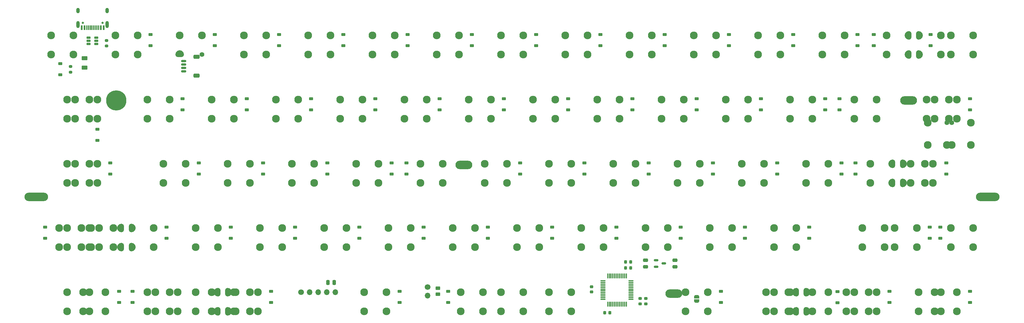
<source format=gbr>
%TF.GenerationSoftware,KiCad,Pcbnew,8.0.2*%
%TF.CreationDate,2025-05-31T21:51:42-07:00*%
%TF.ProjectId,SI60,53493630-2e6b-4696-9361-645f70636258,rev?*%
%TF.SameCoordinates,Original*%
%TF.FileFunction,Soldermask,Bot*%
%TF.FilePolarity,Negative*%
%FSLAX46Y46*%
G04 Gerber Fmt 4.6, Leading zero omitted, Abs format (unit mm)*
G04 Created by KiCad (PCBNEW 8.0.2) date 2025-05-31 21:51:42*
%MOMM*%
%LPD*%
G01*
G04 APERTURE LIST*
G04 Aperture macros list*
%AMRoundRect*
0 Rectangle with rounded corners*
0 $1 Rounding radius*
0 $2 $3 $4 $5 $6 $7 $8 $9 X,Y pos of 4 corners*
0 Add a 4 corners polygon primitive as box body*
4,1,4,$2,$3,$4,$5,$6,$7,$8,$9,$2,$3,0*
0 Add four circle primitives for the rounded corners*
1,1,$1+$1,$2,$3*
1,1,$1+$1,$4,$5*
1,1,$1+$1,$6,$7*
1,1,$1+$1,$8,$9*
0 Add four rect primitives between the rounded corners*
20,1,$1+$1,$2,$3,$4,$5,0*
20,1,$1+$1,$4,$5,$6,$7,0*
20,1,$1+$1,$6,$7,$8,$9,0*
20,1,$1+$1,$8,$9,$2,$3,0*%
%AMFreePoly0*
4,1,43,0.323205,1.206219,0.527753,1.131770,0.716265,1.022932,0.883013,0.883013,1.022932,0.716265,1.131770,0.527753,1.206219,0.323205,1.244018,0.108837,1.244590,0.082554,1.246389,0.073513,1.246389,-0.073513,1.217705,-0.217714,1.161441,-0.353548,1.079758,-0.475795,0.975795,-0.579758,0.853548,-0.661441,0.717714,-0.717705,0.573513,-0.746389,0.015389,-0.748265,0.000000,-0.750000,
-0.014501,-0.748366,-0.500000,-0.750000,-0.573513,-0.746389,-0.717714,-0.717705,-0.853548,-0.661441,-0.975795,-0.579758,-1.079758,-0.475795,-1.161441,-0.353548,-1.217705,-0.217714,-1.246389,-0.073513,-1.246389,0.073513,-1.244590,0.082554,-1.244018,0.108837,-1.206219,0.323205,-1.131770,0.527753,-1.022932,0.716265,-0.883013,0.883013,-0.716265,1.022932,-0.527753,1.131770,-0.323205,1.206219,
-0.108837,1.244018,0.108837,1.244018,0.323205,1.206219,0.323205,1.206219,$1*%
%AMFreePoly1*
4,1,19,0.500000,-0.750000,0.000000,-0.750000,0.000000,-0.744911,-0.071157,-0.744911,-0.207708,-0.704816,-0.327430,-0.627875,-0.420627,-0.520320,-0.479746,-0.390866,-0.500000,-0.250000,-0.500000,0.250000,-0.479746,0.390866,-0.420627,0.520320,-0.327430,0.627875,-0.207708,0.704816,-0.071157,0.744911,0.000000,0.744911,0.000000,0.750000,0.500000,0.750000,0.500000,-0.750000,0.500000,-0.750000,
$1*%
%AMFreePoly2*
4,1,19,0.000000,0.744911,0.071157,0.744911,0.207708,0.704816,0.327430,0.627875,0.420627,0.520320,0.479746,0.390866,0.500000,0.250000,0.500000,-0.250000,0.479746,-0.390866,0.420627,-0.520320,0.327430,-0.627875,0.207708,-0.704816,0.071157,-0.744911,0.000000,-0.744911,0.000000,-0.750000,-0.500000,-0.750000,-0.500000,0.750000,0.000000,0.750000,0.000000,0.744911,0.000000,0.744911,
$1*%
G04 Aperture macros list end*
%ADD10RoundRect,0.225000X0.375000X-0.225000X0.375000X0.225000X-0.375000X0.225000X-0.375000X-0.225000X0*%
%ADD11FreePoly0,270.000000*%
%ADD12C,2.300000*%
%ADD13FreePoly0,90.000000*%
%ADD14O,7.000240X2.499360*%
%ADD15C,1.400000*%
%ADD16FreePoly0,0.000000*%
%ADD17O,5.001260X2.499360*%
%ADD18C,1.700000*%
%ADD19O,1.700000X1.700000*%
%ADD20C,6.000000*%
%ADD21RoundRect,0.250000X-0.250000X-0.475000X0.250000X-0.475000X0.250000X0.475000X-0.250000X0.475000X0*%
%ADD22RoundRect,0.150000X0.475000X0.150000X-0.475000X0.150000X-0.475000X-0.150000X0.475000X-0.150000X0*%
%ADD23RoundRect,0.150000X-0.625000X0.150000X-0.625000X-0.150000X0.625000X-0.150000X0.625000X0.150000X0*%
%ADD24RoundRect,0.250000X-0.650000X0.350000X-0.650000X-0.350000X0.650000X-0.350000X0.650000X0.350000X0*%
%ADD25RoundRect,0.225000X0.250000X-0.225000X0.250000X0.225000X-0.250000X0.225000X-0.250000X-0.225000X0*%
%ADD26RoundRect,0.250000X0.450000X-0.262500X0.450000X0.262500X-0.450000X0.262500X-0.450000X-0.262500X0*%
%ADD27RoundRect,0.225000X-0.250000X0.225000X-0.250000X-0.225000X0.250000X-0.225000X0.250000X0.225000X0*%
%ADD28RoundRect,0.225000X0.225000X0.250000X-0.225000X0.250000X-0.225000X-0.250000X0.225000X-0.250000X0*%
%ADD29RoundRect,0.250000X0.475000X-0.250000X0.475000X0.250000X-0.475000X0.250000X-0.475000X-0.250000X0*%
%ADD30RoundRect,0.200000X-0.275000X0.200000X-0.275000X-0.200000X0.275000X-0.200000X0.275000X0.200000X0*%
%ADD31RoundRect,0.150000X-0.512500X-0.150000X0.512500X-0.150000X0.512500X0.150000X-0.512500X0.150000X0*%
%ADD32C,0.650000*%
%ADD33R,0.600000X1.450000*%
%ADD34R,0.300000X1.450000*%
%ADD35O,1.000000X1.600000*%
%ADD36O,1.000000X2.100000*%
%ADD37RoundRect,0.075000X-0.662500X-0.075000X0.662500X-0.075000X0.662500X0.075000X-0.662500X0.075000X0*%
%ADD38RoundRect,0.075000X-0.075000X-0.662500X0.075000X-0.662500X0.075000X0.662500X-0.075000X0.662500X0*%
%ADD39RoundRect,0.225000X-0.225000X-0.250000X0.225000X-0.250000X0.225000X0.250000X-0.225000X0.250000X0*%
%ADD40FreePoly1,270.000000*%
%ADD41FreePoly2,270.000000*%
%ADD42RoundRect,0.250000X-0.475000X0.250000X-0.475000X-0.250000X0.475000X-0.250000X0.475000X0.250000X0*%
%ADD43RoundRect,0.250000X-0.625000X0.375000X-0.625000X-0.375000X0.625000X-0.375000X0.625000X0.375000X0*%
G04 APERTURE END LIST*
D10*
%TO.C,D66*%
X269081250Y-78643750D03*
X269081250Y-75343750D03*
%TD*%
%TO.C,D65*%
X260290000Y-59593750D03*
X260290000Y-56293750D03*
%TD*%
%TO.C,D64*%
X262070000Y-40543750D03*
X262070000Y-37243750D03*
%TD*%
%TO.C,D63*%
X269081250Y-21493750D03*
X269081250Y-18193750D03*
%TD*%
%TO.C,D62*%
X257443750Y-2443750D03*
X257443750Y856250D03*
%TD*%
%TO.C,D61*%
X245268750Y-78643750D03*
X245268750Y-75343750D03*
%TD*%
%TO.C,D60*%
X257175000Y-59593750D03*
X257175000Y-56293750D03*
%TD*%
%TO.C,D59*%
X235170000Y-40543750D03*
X235170000Y-37243750D03*
%TD*%
%TO.C,D58*%
X230407500Y-21493750D03*
X230407500Y-18193750D03*
%TD*%
%TO.C,D57*%
X240600000Y-2443750D03*
X240600000Y856250D03*
%TD*%
%TO.C,D56*%
X230981250Y-40543750D03*
X230981250Y-37243750D03*
%TD*%
%TO.C,D55*%
X226218750Y-21493750D03*
X226218750Y-18193750D03*
%TD*%
%TO.C,D54*%
X235743750Y-2443750D03*
X235743750Y856250D03*
%TD*%
%TO.C,D53*%
X229830000Y-78660000D03*
X229830000Y-75360000D03*
%TD*%
%TO.C,D52*%
X221456250Y-59593750D03*
X221456250Y-56293750D03*
%TD*%
%TO.C,D51*%
X211931250Y-40543750D03*
X211931250Y-37243750D03*
%TD*%
%TO.C,D50*%
X207168750Y-21493750D03*
X207168750Y-18193750D03*
%TD*%
%TO.C,D49*%
X216693750Y-2443750D03*
X216693750Y856250D03*
%TD*%
%TO.C,D48*%
X195262500Y-78643750D03*
X195262500Y-75343750D03*
%TD*%
%TO.C,D47*%
X202406250Y-59593750D03*
X202406250Y-56293750D03*
%TD*%
%TO.C,D46*%
X192881250Y-40543750D03*
X192881250Y-37243750D03*
%TD*%
%TO.C,D45*%
X188118750Y-21493750D03*
X188118750Y-18193750D03*
%TD*%
%TO.C,D44*%
X197643750Y-2443750D03*
X197643750Y856250D03*
%TD*%
%TO.C,D43*%
X183356250Y-59593750D03*
X183356250Y-56293750D03*
%TD*%
%TO.C,D42*%
X173831250Y-40543750D03*
X173831250Y-37243750D03*
%TD*%
%TO.C,D41*%
X169068750Y-21493750D03*
X169068750Y-18193750D03*
%TD*%
%TO.C,D40*%
X178593750Y-2443750D03*
X178593750Y856250D03*
%TD*%
%TO.C,D39*%
X164306250Y-59593750D03*
X164306250Y-56293750D03*
%TD*%
%TO.C,D38*%
X154781250Y-40543750D03*
X154781250Y-37243750D03*
%TD*%
%TO.C,D37*%
X150018750Y-21493750D03*
X150018750Y-18193750D03*
%TD*%
%TO.C,D36*%
X159543750Y-2443750D03*
X159543750Y856250D03*
%TD*%
%TO.C,D35*%
X114410000Y-78643750D03*
X114410000Y-75343750D03*
%TD*%
%TO.C,D34*%
X145256250Y-59593750D03*
X145256250Y-56293750D03*
%TD*%
%TO.C,D33*%
X135731250Y-40543750D03*
X135731250Y-37243750D03*
%TD*%
%TO.C,D32*%
X130968750Y-21493750D03*
X130968750Y-18193750D03*
%TD*%
%TO.C,D31*%
X140493750Y-2443750D03*
X140493750Y856250D03*
%TD*%
%TO.C,D30*%
X126206250Y-59593750D03*
X126206250Y-56293750D03*
%TD*%
%TO.C,D29*%
X102090000Y-40543750D03*
X102090000Y-37243750D03*
%TD*%
%TO.C,D28*%
X111918750Y-21493750D03*
X111918750Y-18193750D03*
%TD*%
%TO.C,D27*%
X121443750Y-2443750D03*
X121443750Y856250D03*
%TD*%
%TO.C,D26*%
X100012500Y-78643750D03*
X100012500Y-75343750D03*
%TD*%
%TO.C,D25*%
X107156250Y-59593750D03*
X107156250Y-56293750D03*
%TD*%
%TO.C,D24*%
X97631250Y-40543750D03*
X97631250Y-37243750D03*
%TD*%
%TO.C,D23*%
X92868750Y-21493750D03*
X92868750Y-18193750D03*
%TD*%
%TO.C,D22*%
X102393750Y-2443750D03*
X102393750Y856250D03*
%TD*%
%TO.C,D21*%
X88106250Y-59593750D03*
X88106250Y-56293750D03*
%TD*%
%TO.C,D20*%
X78581250Y-40543750D03*
X78581250Y-37243750D03*
%TD*%
%TO.C,D19*%
X73818750Y-21493750D03*
X73818750Y-18193750D03*
%TD*%
%TO.C,D18*%
X83343750Y-2443750D03*
X83343750Y856250D03*
%TD*%
%TO.C,D17*%
X69056250Y-59593750D03*
X69056250Y-56293750D03*
%TD*%
%TO.C,D16*%
X59531250Y-40543750D03*
X59531250Y-37243750D03*
%TD*%
%TO.C,D15*%
X54768750Y-21493750D03*
X54768750Y-18193750D03*
%TD*%
%TO.C,D14*%
X64293750Y-2443750D03*
X64293750Y856250D03*
%TD*%
%TO.C,D13*%
X61912500Y-78643750D03*
X61912500Y-75343750D03*
%TD*%
%TO.C,D12*%
X50006250Y-59593750D03*
X50006250Y-56293750D03*
%TD*%
%TO.C,D11*%
X40481250Y-40543750D03*
X40481250Y-37243750D03*
%TD*%
%TO.C,D10*%
X35718750Y-21493750D03*
X35718750Y-18193750D03*
%TD*%
%TO.C,D9*%
X45243750Y-2443750D03*
X45243750Y856250D03*
%TD*%
%TO.C,D8*%
X20900000Y-78643750D03*
X20900000Y-75343750D03*
%TD*%
%TO.C,D7*%
X30956250Y-59593750D03*
X30956250Y-56293750D03*
%TD*%
%TO.C,D6*%
X26193750Y-2443750D03*
X26193750Y856250D03*
%TD*%
%TO.C,D5*%
X16930000Y-78643750D03*
X16930000Y-75343750D03*
%TD*%
%TO.C,D4*%
X-5080000Y-59593750D03*
X-5080000Y-56293750D03*
%TD*%
%TO.C,D3*%
X14287500Y-40543750D03*
X14287500Y-37243750D03*
%TD*%
%TO.C,D2*%
X10460000Y-30510000D03*
X10460000Y-27210000D03*
%TD*%
%TO.C,D1*%
X-520000Y-11027500D03*
X-520000Y-7727500D03*
%TD*%
D11*
%TO.C,SW77*%
X253873000Y635000D03*
X253873000Y-5080000D03*
D12*
X260477000Y635000D03*
X260477000Y-5080000D03*
%TD*%
%TO.C,SW74*%
X258635500Y-18415000D03*
X258635500Y-24130000D03*
X265239500Y-18415000D03*
X265239500Y-24130000D03*
%TD*%
%TO.C,SW6*%
X3841750Y-18415000D03*
X3841750Y-24130000D03*
X10445750Y-18415000D03*
X10445750Y-24130000D03*
%TD*%
%TO.C,SW29*%
X82423000Y-18415000D03*
X82423000Y-24130000D03*
X89027000Y-18415000D03*
X89027000Y-24130000D03*
%TD*%
%TO.C,SW40*%
X134810500Y-56515000D03*
X134810500Y-62230000D03*
X141414500Y-56515000D03*
X141414500Y-62230000D03*
%TD*%
%TO.C,SW70*%
X234823000Y-75565000D03*
X234823000Y-81280000D03*
X241427000Y-75565000D03*
X241427000Y-81280000D03*
%TD*%
%TO.C,SW54*%
X182435500Y-37465000D03*
X182435500Y-43180000D03*
X189039500Y-37465000D03*
X189039500Y-43180000D03*
%TD*%
%TO.C,SW38*%
X120523000Y-18415000D03*
X120523000Y-24130000D03*
X127127000Y-18415000D03*
X127127000Y-24130000D03*
%TD*%
%TO.C,SW61*%
X211010500Y-75565000D03*
X211010500Y-81280000D03*
D13*
X217614500Y-75565000D03*
X217614500Y-81280000D03*
%TD*%
D12*
%TO.C,SW68*%
X239585500Y-37465000D03*
X239585500Y-43180000D03*
D13*
X246189500Y-37465000D03*
X246189500Y-43180000D03*
%TD*%
D12*
%TO.C,SW44*%
X149098000Y635000D03*
X149098000Y-5080000D03*
X155702000Y635000D03*
X155702000Y-5080000D03*
%TD*%
%TO.C,SW32*%
X89566750Y-75565000D03*
X89566750Y-81280000D03*
X96170750Y-75565000D03*
X96170750Y-81280000D03*
%TD*%
%TO.C,SW22*%
X49085500Y-37465000D03*
X49085500Y-43180000D03*
X55689500Y-37465000D03*
X55689500Y-43180000D03*
%TD*%
%TO.C,SW19*%
X51466750Y-75565000D03*
X51466750Y-81280000D03*
X58070750Y-75565000D03*
X58070750Y-81280000D03*
%TD*%
D14*
%TO.C,H5*%
X-7689870Y-47301180D03*
%TD*%
D11*
%TO.C,SW11*%
X20510500Y-56515000D03*
X20510500Y-62230000D03*
D12*
X27114500Y-56515000D03*
X27114500Y-62230000D03*
%TD*%
%TO.C,SW26*%
X68135500Y-37465000D03*
X68135500Y-43180000D03*
X74739500Y-37465000D03*
X74739500Y-43180000D03*
%TD*%
%TO.C,SW23*%
X58610500Y-56515000D03*
X58610500Y-62230000D03*
X65214500Y-56515000D03*
X65214500Y-62230000D03*
%TD*%
%TO.C,SW83*%
X6223000Y-75565000D03*
X6223000Y-81280000D03*
X12827000Y-75565000D03*
X12827000Y-81280000D03*
%TD*%
%TO.C,SW56*%
X184816750Y-75565000D03*
X184816750Y-81280000D03*
X191420750Y-75565000D03*
X191420750Y-81280000D03*
%TD*%
%TO.C,SW72*%
X232441750Y-75565000D03*
X232441750Y-81280000D03*
X239045750Y-75565000D03*
X239045750Y-81280000D03*
%TD*%
D15*
%TO.C,SW14*%
X41402000Y-5080000D03*
D12*
X34798000Y635000D03*
D16*
X34798000Y-5080000D03*
D12*
X41402000Y635000D03*
%TD*%
%TO.C,SW88*%
X39560500Y-75565000D03*
X39560500Y-81280000D03*
D13*
X46164500Y-75565000D03*
X46164500Y-81280000D03*
%TD*%
D12*
%TO.C,SW27*%
X77660500Y-56515000D03*
X77660500Y-62230000D03*
X84264500Y-56515000D03*
X84264500Y-62230000D03*
%TD*%
%TO.C,SW57*%
X206248000Y635000D03*
X206248000Y-5080000D03*
X212852000Y635000D03*
X212852000Y-5080000D03*
%TD*%
%TO.C,SW8*%
X8604250Y-56515000D03*
X8604250Y-62230000D03*
X15208250Y-56515000D03*
X15208250Y-62230000D03*
%TD*%
%TO.C,SW2*%
X1460500Y-18415000D03*
X1460500Y-24130000D03*
X8064500Y-18415000D03*
X8064500Y-24130000D03*
%TD*%
%TO.C,SW76*%
X258635500Y-75565000D03*
X258635500Y-81280000D03*
X265239500Y-75565000D03*
X265239500Y-81280000D03*
%TD*%
%TO.C,SW36*%
X115760500Y-56515000D03*
X115760500Y-62230000D03*
X122364500Y-56515000D03*
X122364500Y-62230000D03*
%TD*%
D11*
%TO.C,SW87*%
X220535500Y-75565000D03*
X220535500Y-81280000D03*
D12*
X227139500Y-75565000D03*
X227139500Y-81280000D03*
%TD*%
D17*
%TO.C,H2*%
X119052500Y-37799980D03*
%TD*%
D18*
%TO.C,J1*%
X70840000Y-75530000D03*
D19*
X73380000Y-75530000D03*
X75920000Y-75530000D03*
X78460000Y-75530000D03*
X81000000Y-75530000D03*
%TD*%
D12*
%TO.C,SW45*%
X139573000Y-18415000D03*
X139573000Y-24130000D03*
X146177000Y-18415000D03*
X146177000Y-24130000D03*
%TD*%
%TO.C,SW51*%
X172910500Y-56515000D03*
X172910500Y-62230000D03*
X179514500Y-56515000D03*
X179514500Y-62230000D03*
%TD*%
%TO.C,SW12*%
X25273000Y-75565000D03*
X25273000Y-81280000D03*
X31877000Y-75565000D03*
X31877000Y-81280000D03*
%TD*%
%TO.C,SW85*%
X44323000Y-75565000D03*
X44323000Y-81280000D03*
X50927000Y-75565000D03*
X50927000Y-81280000D03*
%TD*%
%TO.C,SW78*%
X256254250Y-18415000D03*
X256254250Y-24130000D03*
X262858250Y-18415000D03*
X262858250Y-24130000D03*
%TD*%
%TO.C,SW67*%
X234823000Y-18415000D03*
X234823000Y-24130000D03*
X241427000Y-18415000D03*
X241427000Y-24130000D03*
%TD*%
%TO.C,SW55*%
X191960500Y-56515000D03*
X191960500Y-62230000D03*
X198564500Y-56515000D03*
X198564500Y-62230000D03*
%TD*%
D11*
%TO.C,SW18*%
X49085500Y-75565000D03*
X49085500Y-81280000D03*
D12*
X55689500Y-75565000D03*
X55689500Y-81280000D03*
%TD*%
%TO.C,SW21*%
X44323000Y-18415000D03*
X44323000Y-24130000D03*
X50927000Y-18415000D03*
X50927000Y-24130000D03*
%TD*%
%TO.C,SW34*%
X101473000Y-18415000D03*
X101473000Y-24130000D03*
X108077000Y-18415000D03*
X108077000Y-24130000D03*
%TD*%
%TO.C,SW43*%
X144335500Y-75565000D03*
X144335500Y-81280000D03*
X150939500Y-75565000D03*
X150939500Y-81280000D03*
%TD*%
%TO.C,SW37*%
X130048000Y635000D03*
X130048000Y-5080000D03*
X136652000Y635000D03*
X136652000Y-5080000D03*
%TD*%
D18*
%TO.C,J2*%
X108340000Y-74005000D03*
D19*
X108340000Y-76545000D03*
%TD*%
D12*
%TO.C,SW9*%
X10985500Y-56515000D03*
X10985500Y-62230000D03*
D13*
X17589500Y-56515000D03*
X17589500Y-62230000D03*
%TD*%
D12*
%TO.C,SW71*%
X246729250Y-56515000D03*
X246729250Y-62230000D03*
X253333250Y-56515000D03*
X253333250Y-62230000D03*
%TD*%
%TO.C,SW7*%
X3841750Y-37465000D03*
X3841750Y-43180000D03*
X10445750Y-37465000D03*
X10445750Y-43180000D03*
%TD*%
%TO.C,SW30*%
X87185500Y-37465000D03*
X87185500Y-43180000D03*
X93789500Y-37465000D03*
X93789500Y-43180000D03*
%TD*%
%TO.C,SW15*%
X25273000Y-18415000D03*
X25273000Y-24130000D03*
X31877000Y-18415000D03*
X31877000Y-24130000D03*
%TD*%
%TO.C,SW48*%
X168148000Y635000D03*
X168148000Y-5080000D03*
X174752000Y635000D03*
X174752000Y-5080000D03*
%TD*%
%TO.C,SW69*%
X237204250Y-56515000D03*
X237204250Y-62230000D03*
X243808250Y-56515000D03*
X243808250Y-62230000D03*
%TD*%
%TO.C,SW86*%
X215773000Y-75565000D03*
X215773000Y-81280000D03*
X222377000Y-75565000D03*
X222377000Y-81280000D03*
%TD*%
D20*
%TO.C,H1*%
X16051800Y-18700780D03*
%TD*%
D12*
%TO.C,SW50*%
X163385500Y-37465000D03*
X163385500Y-43180000D03*
X169989500Y-37465000D03*
X169989500Y-43180000D03*
%TD*%
%TO.C,SW66*%
X244348000Y635000D03*
X244348000Y-5080000D03*
D13*
X250952000Y635000D03*
X250952000Y-5080000D03*
%TD*%
D12*
%TO.C,SW52*%
X187198000Y635000D03*
X187198000Y-5080000D03*
X193802000Y635000D03*
X193802000Y-5080000D03*
%TD*%
%TO.C,SW17*%
X39560500Y-56515000D03*
X39560500Y-62230000D03*
X46164500Y-56515000D03*
X46164500Y-62230000D03*
%TD*%
%TO.C,SW1*%
X-3302000Y635000D03*
X-3302000Y-5080000D03*
X3302000Y635000D03*
X3302000Y-5080000D03*
%TD*%
%TO.C,SW13*%
X27654250Y-75565000D03*
X27654250Y-81280000D03*
X34258250Y-75565000D03*
X34258250Y-81280000D03*
%TD*%
%TO.C,SW60*%
X211010500Y-56515000D03*
X211010500Y-62230000D03*
X217614500Y-56515000D03*
X217614500Y-62230000D03*
%TD*%
%TO.C,SW41*%
X130048000Y-75565000D03*
X130048000Y-81280000D03*
X136652000Y-75565000D03*
X136652000Y-81280000D03*
%TD*%
%TO.C,SW24*%
X72898000Y635000D03*
X72898000Y-5080000D03*
X79502000Y635000D03*
X79502000Y-5080000D03*
%TD*%
%TO.C,SW5*%
X1460500Y-75565000D03*
X1460500Y-81280000D03*
X8064500Y-75565000D03*
X8064500Y-81280000D03*
%TD*%
%TO.C,SW65*%
X220535500Y-37465000D03*
X220535500Y-43180000D03*
X227139500Y-37465000D03*
X227139500Y-43180000D03*
%TD*%
%TO.C,SW42*%
X118141750Y-75565000D03*
X118141750Y-81280000D03*
X124745750Y-75565000D03*
X124745750Y-81280000D03*
%TD*%
%TO.C,SW63*%
X225298000Y635000D03*
X225298000Y-5080000D03*
X231902000Y635000D03*
X231902000Y-5080000D03*
%TD*%
D11*
%TO.C,SW81*%
X249110500Y-37465000D03*
X249110500Y-43180000D03*
D12*
X255714500Y-37465000D03*
X255714500Y-43180000D03*
%TD*%
%TO.C,SW89*%
X1460520Y-56514922D03*
X1460520Y-62229922D03*
X8064520Y-56514922D03*
X8064520Y-62229922D03*
%TD*%
%TO.C,SW39*%
X125285500Y-37465000D03*
X125285500Y-43180000D03*
X131889500Y-37465000D03*
X131889500Y-43180000D03*
%TD*%
D15*
%TO.C,SW80*%
X262255000Y-25273000D03*
D12*
X256540000Y-31877000D03*
X262255000Y-31877000D03*
X256540000Y-25273000D03*
%TD*%
D14*
%TO.C,H6*%
X274393700Y-47301180D03*
%TD*%
D12*
%TO.C,SW10*%
X15748000Y635000D03*
X15748000Y-5080000D03*
X22352000Y635000D03*
X22352000Y-5080000D03*
%TD*%
%TO.C,SW47*%
X153860500Y-56515000D03*
X153860500Y-62230000D03*
X160464500Y-56515000D03*
X160464500Y-62230000D03*
%TD*%
D15*
%TO.C,SW82*%
X263683750Y-25273000D03*
D12*
X263683750Y-31877000D03*
X269398750Y-31877000D03*
X269398750Y-25273000D03*
%TD*%
%TO.C,SW16*%
X30035500Y-37465000D03*
X30035500Y-43180000D03*
X36639500Y-37465000D03*
X36639500Y-43180000D03*
%TD*%
%TO.C,SW58*%
X196723000Y-18415000D03*
X196723000Y-24130000D03*
X203327000Y-18415000D03*
X203327000Y-24130000D03*
%TD*%
%TO.C,SW73*%
X263398000Y635000D03*
X263398000Y-5080000D03*
X270002000Y635000D03*
X270002000Y-5080000D03*
%TD*%
%TO.C,SW28*%
X91948000Y635000D03*
X91948000Y-5080000D03*
X98552000Y635000D03*
X98552000Y-5080000D03*
%TD*%
%TO.C,SW75*%
X263398000Y-56515000D03*
X263398000Y-62230000D03*
X270002000Y-56515000D03*
X270002000Y-62230000D03*
%TD*%
%TO.C,SW35*%
X106235500Y-37465000D03*
X106235500Y-43180000D03*
X112839500Y-37465000D03*
X112839500Y-43180000D03*
%TD*%
%TO.C,SW25*%
X63373000Y-18415000D03*
X63373000Y-24130000D03*
X69977000Y-18415000D03*
X69977000Y-24130000D03*
%TD*%
%TO.C,SW20*%
X53848000Y635000D03*
X53848000Y-5080000D03*
X60452000Y635000D03*
X60452000Y-5080000D03*
%TD*%
%TO.C,SW3*%
X1460500Y-37465000D03*
X1460500Y-43180000D03*
X8064500Y-37465000D03*
X8064500Y-43180000D03*
%TD*%
%TO.C,SW84*%
X253873000Y-75565000D03*
X253873000Y-81280000D03*
X260477000Y-75565000D03*
X260477000Y-81280000D03*
%TD*%
%TO.C,SW46*%
X144335500Y-37465000D03*
X144335500Y-43180000D03*
X150939500Y-37465000D03*
X150939500Y-43180000D03*
%TD*%
D17*
%TO.C,H3*%
X181351900Y-76000680D03*
%TD*%
D12*
%TO.C,SW33*%
X110998000Y635000D03*
X110998000Y-5080000D03*
X117602000Y635000D03*
X117602000Y-5080000D03*
%TD*%
%TO.C,SW79*%
X251491750Y-37465000D03*
X251491750Y-43180000D03*
X258095750Y-37465000D03*
X258095750Y-43180000D03*
%TD*%
%TO.C,SW31*%
X96710500Y-56515000D03*
X96710500Y-62230000D03*
X103314500Y-56515000D03*
X103314500Y-62230000D03*
%TD*%
%TO.C,SW62*%
X208629250Y-75565000D03*
X208629250Y-81280000D03*
X215233250Y-75565000D03*
X215233250Y-81280000D03*
%TD*%
D17*
%TO.C,H4*%
X250902420Y-18700702D03*
%TD*%
D12*
%TO.C,SW49*%
X158623000Y-18415000D03*
X158623000Y-24130000D03*
X165227000Y-18415000D03*
X165227000Y-24130000D03*
%TD*%
%TO.C,SW4*%
X-920750Y-56515000D03*
X-920750Y-62230000D03*
X5683250Y-56515000D03*
X5683250Y-62230000D03*
%TD*%
%TO.C,SW53*%
X177673000Y-18415000D03*
X177673000Y-24130000D03*
X184277000Y-18415000D03*
X184277000Y-24130000D03*
%TD*%
%TO.C,SW64*%
X215773000Y-18415000D03*
X215773000Y-24130000D03*
X222377000Y-18415000D03*
X222377000Y-24130000D03*
%TD*%
%TO.C,SW59*%
X201485500Y-37465000D03*
X201485500Y-43180000D03*
X208089500Y-37465000D03*
X208089500Y-43180000D03*
%TD*%
D21*
%TO.C,C3*%
X78760000Y-72670000D03*
X80660000Y-72670000D03*
%TD*%
D22*
%TO.C,U3*%
X10152500Y-20000D03*
X10152500Y-970000D03*
X10152500Y-1920000D03*
X7802500Y-1920000D03*
X7802500Y-970000D03*
X7802500Y-20000D03*
%TD*%
D23*
%TO.C,J3*%
X36000020Y-6999922D03*
X36000020Y-7999922D03*
X36000020Y-8999922D03*
X36000020Y-9999922D03*
D24*
X39875020Y-5699922D03*
X39875020Y-11299922D03*
%TD*%
D25*
%TO.C,C1*%
X171351250Y-79005000D03*
X171351250Y-77455000D03*
%TD*%
D26*
%TO.C,R1*%
X111360000Y-76182500D03*
X111360000Y-74357500D03*
%TD*%
D27*
%TO.C,C7*%
X156951250Y-73955000D03*
X156951250Y-75505000D03*
%TD*%
D28*
%TO.C,C6*%
X168526250Y-66630000D03*
X166976250Y-66630000D03*
%TD*%
D29*
%TO.C,C8*%
X181630000Y-68002500D03*
X181630000Y-66102500D03*
%TD*%
D30*
%TO.C,R3*%
X2500000Y-8635000D03*
X2500000Y-10285000D03*
%TD*%
D28*
%TO.C,C5*%
X168526250Y-68330000D03*
X166976250Y-68330000D03*
%TD*%
D31*
%TO.C,U2*%
X176092500Y-68002500D03*
X176092500Y-66102500D03*
X178367500Y-67052500D03*
%TD*%
D32*
%TO.C,J4*%
X6162500Y4380000D03*
X11942500Y4380000D03*
D33*
X5802500Y2935000D03*
X6602500Y2935000D03*
D34*
X7802500Y2935000D03*
X8802500Y2935000D03*
X9302500Y2935000D03*
X10302500Y2935000D03*
D33*
X11502500Y2935000D03*
X12302500Y2935000D03*
X12302500Y2935000D03*
X11502500Y2935000D03*
D34*
X10802500Y2935000D03*
X9802500Y2935000D03*
X8302500Y2935000D03*
X7302500Y2935000D03*
D33*
X6602500Y2935000D03*
X5802500Y2935000D03*
D35*
X4732500Y8030000D03*
D36*
X4732500Y3850000D03*
D35*
X13372500Y8030000D03*
D36*
X13372500Y3850000D03*
%TD*%
D37*
%TO.C,U1*%
X160307500Y-77680000D03*
X160307500Y-77180000D03*
X160307500Y-76680000D03*
X160307500Y-76180000D03*
X160307500Y-75680000D03*
X160307500Y-75180000D03*
X160307500Y-74680000D03*
X160307500Y-74180000D03*
X160307500Y-73680000D03*
X160307500Y-73180000D03*
X160307500Y-72680000D03*
X160307500Y-72180000D03*
D38*
X161720000Y-70767500D03*
X162220000Y-70767500D03*
X162720000Y-70767500D03*
X163220000Y-70767500D03*
X163720000Y-70767500D03*
X164220000Y-70767500D03*
X164720000Y-70767500D03*
X165220000Y-70767500D03*
X165720000Y-70767500D03*
X166220000Y-70767500D03*
X166720000Y-70767500D03*
X167220000Y-70767500D03*
D37*
X168632500Y-72180000D03*
X168632500Y-72680000D03*
X168632500Y-73180000D03*
X168632500Y-73680000D03*
X168632500Y-74180000D03*
X168632500Y-74680000D03*
X168632500Y-75180000D03*
X168632500Y-75680000D03*
X168632500Y-76180000D03*
X168632500Y-76680000D03*
X168632500Y-77180000D03*
X168632500Y-77680000D03*
D38*
X167220000Y-79092500D03*
X166720000Y-79092500D03*
X166220000Y-79092500D03*
X165720000Y-79092500D03*
X165220000Y-79092500D03*
X164720000Y-79092500D03*
X164220000Y-79092500D03*
X163720000Y-79092500D03*
X163220000Y-79092500D03*
X162720000Y-79092500D03*
X162220000Y-79092500D03*
X161720000Y-79092500D03*
%TD*%
D25*
%TO.C,C4*%
X173051250Y-79005000D03*
X173051250Y-77455000D03*
%TD*%
D39*
%TO.C,C2*%
X160796250Y-81630000D03*
X162346250Y-81630000D03*
%TD*%
D40*
%TO.C,JP1*%
X188118750Y-76900000D03*
D41*
X188118750Y-78200000D03*
%TD*%
D30*
%TO.C,R2*%
X13170000Y-2505000D03*
X13170000Y-855000D03*
%TD*%
D42*
%TO.C,C9*%
X172930000Y-66102500D03*
X172930000Y-68002500D03*
%TD*%
D43*
%TO.C,F1*%
X6620000Y-6140000D03*
X6620000Y-8940000D03*
%TD*%
M02*

</source>
